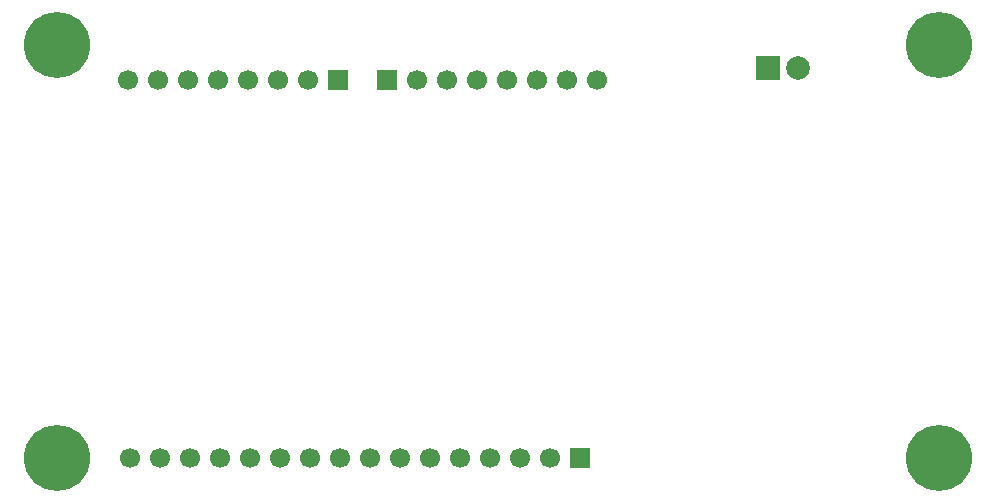
<source format=gbr>
%TF.GenerationSoftware,KiCad,Pcbnew,9.0.3*%
%TF.CreationDate,2025-07-17T21:40:03-07:00*%
%TF.ProjectId,DAQ_dev_board,4441515f-6465-4765-9f62-6f6172642e6b,rev?*%
%TF.SameCoordinates,Original*%
%TF.FileFunction,Soldermask,Bot*%
%TF.FilePolarity,Negative*%
%FSLAX46Y46*%
G04 Gerber Fmt 4.6, Leading zero omitted, Abs format (unit mm)*
G04 Created by KiCad (PCBNEW 9.0.3) date 2025-07-17 21:40:03*
%MOMM*%
%LPD*%
G01*
G04 APERTURE LIST*
%ADD10R,1.700000X1.700000*%
%ADD11C,1.700000*%
%ADD12R,2.000000X2.000000*%
%ADD13C,2.000000*%
%ADD14C,5.600000*%
G04 APERTURE END LIST*
D10*
%TO.C,J3*%
X142960000Y-86500000D03*
D11*
X145500000Y-86500000D03*
X148040000Y-86500000D03*
X150580000Y-86500000D03*
X153120000Y-86500000D03*
X155660000Y-86500000D03*
X158200000Y-86500000D03*
X160740000Y-86500000D03*
%TD*%
D10*
%TO.C,J2*%
X159285000Y-118500000D03*
D11*
X156745000Y-118500000D03*
X154205000Y-118500000D03*
X151665000Y-118500000D03*
X149125000Y-118500000D03*
X146585000Y-118500000D03*
X144045000Y-118500000D03*
X141505000Y-118500000D03*
X138965000Y-118500000D03*
X136425000Y-118500000D03*
X133885000Y-118500000D03*
X131345000Y-118500000D03*
X128805000Y-118500000D03*
X126265000Y-118500000D03*
X123725000Y-118500000D03*
X121185000Y-118500000D03*
%TD*%
D12*
%TO.C,J1*%
X175185000Y-85500000D03*
D13*
X177725000Y-85500000D03*
%TD*%
D14*
%TO.C,REF\u002A\u002A*%
X115000000Y-83500000D03*
%TD*%
D10*
%TO.C,J5*%
X138780000Y-86500000D03*
D11*
X136240000Y-86500000D03*
X133700000Y-86500000D03*
X131160000Y-86500000D03*
X128620000Y-86500000D03*
X126080000Y-86500000D03*
X123540000Y-86500000D03*
X121000000Y-86500000D03*
%TD*%
D14*
%TO.C,REF\u002A\u002A*%
X189725000Y-83500000D03*
%TD*%
%TO.C,REF\u002A\u002A*%
X189725000Y-118500000D03*
%TD*%
%TO.C,MAD 2025*%
X115000000Y-118500000D03*
%TD*%
M02*

</source>
